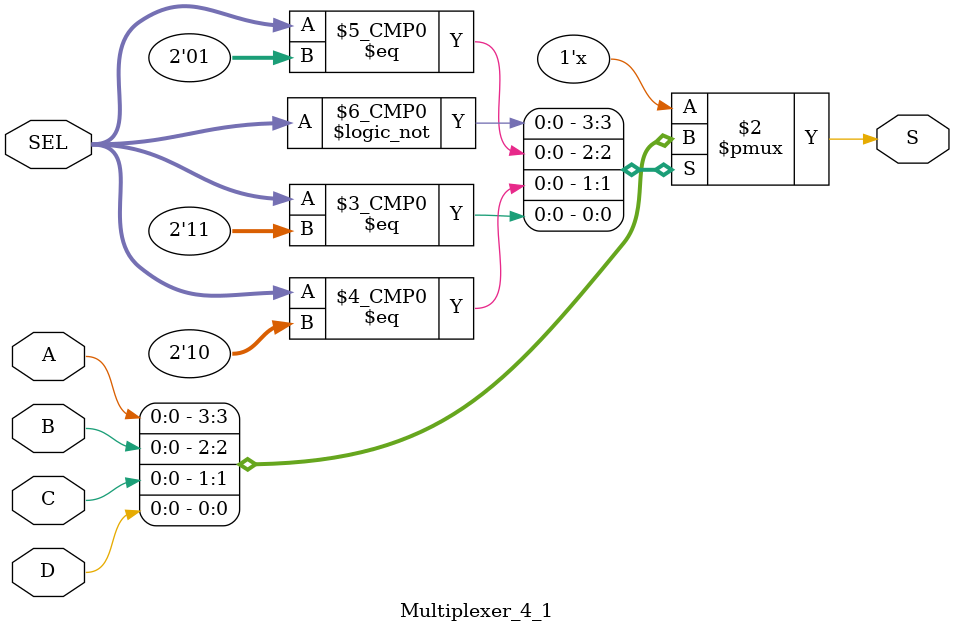
<source format=v>
module Multiplexer_4_1(SEL, A, B, C, D, S);
input				[1:0]		SEL;
input							A, B, C, D;
output	reg				S;

always @(SEL, A, B, C, D)
	case (SEL)
		2'b00		: S = A;
		2'b01		: S = B;
		2'b10		: S = C;
		2'b11		: S = D;
		default	: S = A;
	endcase

endmodule 
</source>
